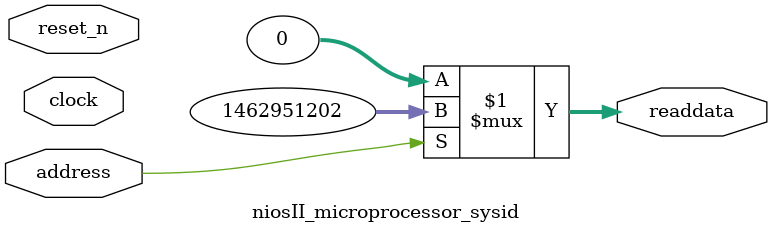
<source format=v>

`timescale 1ns / 1ps
// synthesis translate_on

// turn off superfluous verilog processor warnings 
// altera message_level Level1 
// altera message_off 10034 10035 10036 10037 10230 10240 10030 

module niosII_microprocessor_sysid (
               // inputs:
                address,
                clock,
                reset_n,

               // outputs:
                readdata
             )
;

  output  [ 31: 0] readdata;
  input            address;
  input            clock;
  input            reset_n;

  wire    [ 31: 0] readdata;
  //control_slave, which is an e_avalon_slave
  assign readdata = address ? 1462951202 : 0;

endmodule




</source>
